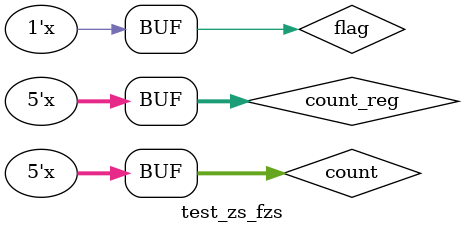
<source format=v>
`timescale 1ns / 1ps


module test_zs_fzs;
    reg[4:0] count = 0;
    reg[4:0] count_reg = 0;
    reg[4:0] fzs;
    reg[4:0] zs;
        reg[4:0] fzs1;
    reg[4:0] zs1;
        reg[4:0] fzs2;
    reg[4:0] zs2;
    always#10
    begin
        count <= count + 1;
        count_reg <= count;
    end
    wire flag;
    assign flag = |count;
    always@(negedge flag)
        fzs <= count_reg;
    always@(negedge flag)
        zs = count-1;
    always@(negedge flag)
    begin
            fzs1 = count-1;
            zs1 = fzs1;
    end
        always@(negedge flag)
    begin
            fzs2 <= count-1;
            zs2 <= fzs2;


    end
    
endmodule

</source>
